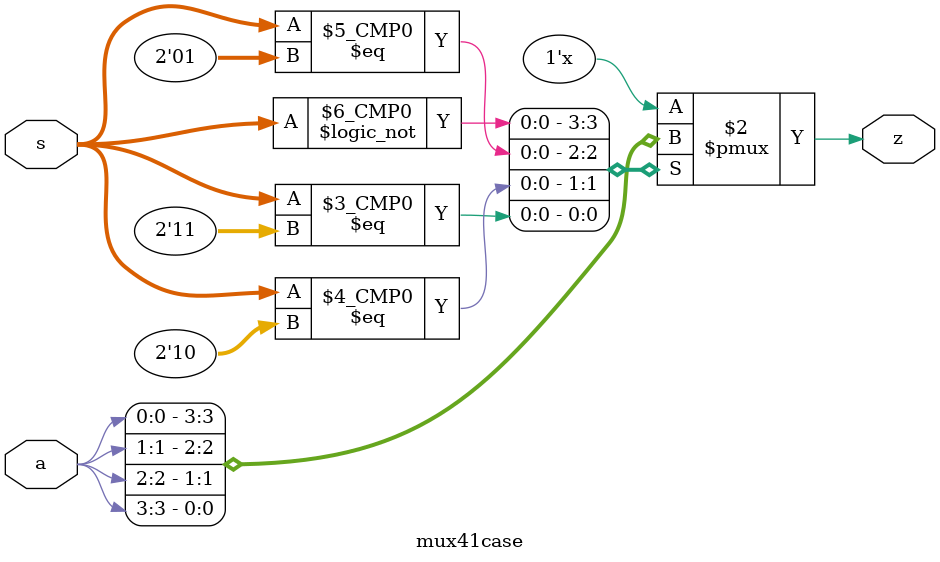
<source format=v>
`timescale 1ns / 1ps

module mux41case(
    input wire [3:0] a,
    input wire [1:0] s,
    output reg z
    );

always @(*)
	case(s)
		0: z = a[0];
		1: z = a[1];
		2: z = a[2];
		3: z = a[3];
		default: z = a[0];
	endcase
endmodule

</source>
